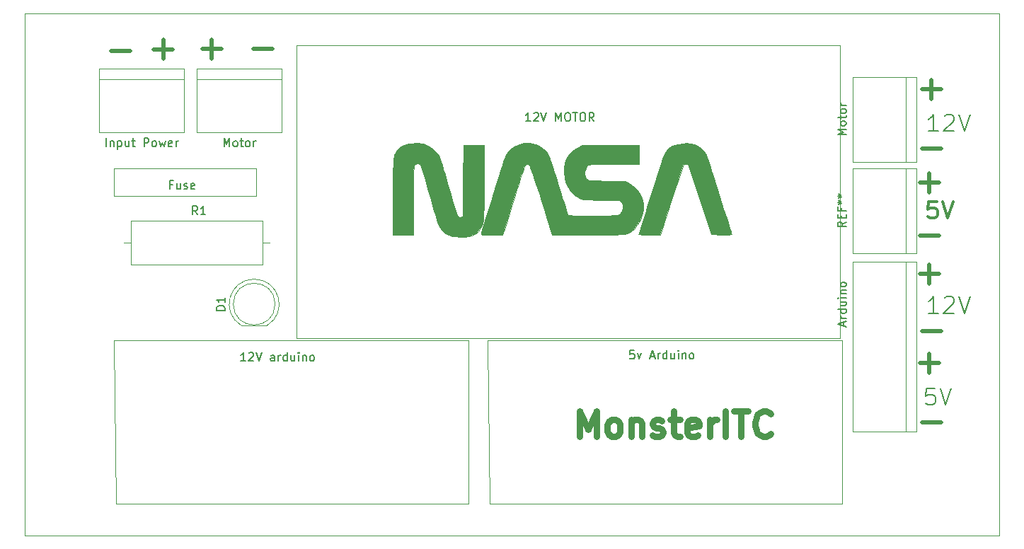
<source format=gbr>
G04 #@! TF.GenerationSoftware,KiCad,Pcbnew,(5.1.2)-2*
G04 #@! TF.CreationDate,2020-05-15T02:34:10+07:00*
G04 #@! TF.ProjectId,power_arduino,706f7765-725f-4617-9264-75696e6f2e6b,rev?*
G04 #@! TF.SameCoordinates,Original*
G04 #@! TF.FileFunction,Legend,Top*
G04 #@! TF.FilePolarity,Positive*
%FSLAX46Y46*%
G04 Gerber Fmt 4.6, Leading zero omitted, Abs format (unit mm)*
G04 Created by KiCad (PCBNEW (5.1.2)-2) date 2020-05-15 02:34:10*
%MOMM*%
%LPD*%
G04 APERTURE LIST*
%ADD10C,0.300000*%
%ADD11C,0.500000*%
%ADD12C,0.120000*%
%ADD13C,0.750000*%
%ADD14C,0.200000*%
%ADD15C,0.010000*%
%ADD16C,0.150000*%
G04 APERTURE END LIST*
D10*
X150749047Y-61642761D02*
X149796666Y-61642761D01*
X149701428Y-62595142D01*
X149796666Y-62499904D01*
X149987142Y-62404666D01*
X150463333Y-62404666D01*
X150653809Y-62499904D01*
X150749047Y-62595142D01*
X150844285Y-62785619D01*
X150844285Y-63261809D01*
X150749047Y-63452285D01*
X150653809Y-63547523D01*
X150463333Y-63642761D01*
X149987142Y-63642761D01*
X149796666Y-63547523D01*
X149701428Y-63452285D01*
X151415714Y-61642761D02*
X152082380Y-63642761D01*
X152749047Y-61642761D01*
D11*
X148717142Y-65746285D02*
X151002857Y-65746285D01*
X148717142Y-59396285D02*
X151002857Y-59396285D01*
X149860000Y-60539142D02*
X149860000Y-58253428D01*
D12*
X41656000Y-101600000D02*
X41656000Y-39116000D01*
X158242000Y-101600000D02*
X41656000Y-101600000D01*
X158242000Y-39116000D02*
X158242000Y-101600000D01*
X41656000Y-39116000D02*
X158242000Y-39116000D01*
D11*
X68961142Y-43394285D02*
X71246857Y-43394285D01*
X62865142Y-43394285D02*
X65150857Y-43394285D01*
X64008000Y-44537142D02*
X64008000Y-42251428D01*
D13*
X108022857Y-89749142D02*
X108022857Y-86749142D01*
X109022857Y-88892000D01*
X110022857Y-86749142D01*
X110022857Y-89749142D01*
X111880000Y-89749142D02*
X111594285Y-89606285D01*
X111451428Y-89463428D01*
X111308571Y-89177714D01*
X111308571Y-88320571D01*
X111451428Y-88034857D01*
X111594285Y-87892000D01*
X111880000Y-87749142D01*
X112308571Y-87749142D01*
X112594285Y-87892000D01*
X112737142Y-88034857D01*
X112880000Y-88320571D01*
X112880000Y-89177714D01*
X112737142Y-89463428D01*
X112594285Y-89606285D01*
X112308571Y-89749142D01*
X111880000Y-89749142D01*
X114165714Y-87749142D02*
X114165714Y-89749142D01*
X114165714Y-88034857D02*
X114308571Y-87892000D01*
X114594285Y-87749142D01*
X115022857Y-87749142D01*
X115308571Y-87892000D01*
X115451428Y-88177714D01*
X115451428Y-89749142D01*
X116737142Y-89606285D02*
X117022857Y-89749142D01*
X117594285Y-89749142D01*
X117880000Y-89606285D01*
X118022857Y-89320571D01*
X118022857Y-89177714D01*
X117880000Y-88892000D01*
X117594285Y-88749142D01*
X117165714Y-88749142D01*
X116880000Y-88606285D01*
X116737142Y-88320571D01*
X116737142Y-88177714D01*
X116880000Y-87892000D01*
X117165714Y-87749142D01*
X117594285Y-87749142D01*
X117880000Y-87892000D01*
X118880000Y-87749142D02*
X120022857Y-87749142D01*
X119308571Y-86749142D02*
X119308571Y-89320571D01*
X119451428Y-89606285D01*
X119737142Y-89749142D01*
X120022857Y-89749142D01*
X122165714Y-89606285D02*
X121880000Y-89749142D01*
X121308571Y-89749142D01*
X121022857Y-89606285D01*
X120880000Y-89320571D01*
X120880000Y-88177714D01*
X121022857Y-87892000D01*
X121308571Y-87749142D01*
X121880000Y-87749142D01*
X122165714Y-87892000D01*
X122308571Y-88177714D01*
X122308571Y-88463428D01*
X120880000Y-88749142D01*
X123594285Y-89749142D02*
X123594285Y-87749142D01*
X123594285Y-88320571D02*
X123737142Y-88034857D01*
X123880000Y-87892000D01*
X124165714Y-87749142D01*
X124451428Y-87749142D01*
X125451428Y-89749142D02*
X125451428Y-86749142D01*
X126451428Y-86749142D02*
X128165714Y-86749142D01*
X127308571Y-89749142D02*
X127308571Y-86749142D01*
X130880000Y-89463428D02*
X130737142Y-89606285D01*
X130308571Y-89749142D01*
X130022857Y-89749142D01*
X129594285Y-89606285D01*
X129308571Y-89320571D01*
X129165714Y-89034857D01*
X129022857Y-88463428D01*
X129022857Y-88034857D01*
X129165714Y-87463428D01*
X129308571Y-87177714D01*
X129594285Y-86892000D01*
X130022857Y-86749142D01*
X130308571Y-86749142D01*
X130737142Y-86892000D01*
X130880000Y-87034857D01*
D11*
X51943142Y-43648285D02*
X54228857Y-43648285D01*
X58205714Y-42291142D02*
X58205714Y-44576857D01*
X57062857Y-43434000D02*
X59348571Y-43434000D01*
D14*
X150495047Y-83994761D02*
X149542666Y-83994761D01*
X149447428Y-84947142D01*
X149542666Y-84851904D01*
X149733142Y-84756666D01*
X150209333Y-84756666D01*
X150399809Y-84851904D01*
X150495047Y-84947142D01*
X150590285Y-85137619D01*
X150590285Y-85613809D01*
X150495047Y-85804285D01*
X150399809Y-85899523D01*
X150209333Y-85994761D01*
X149733142Y-85994761D01*
X149542666Y-85899523D01*
X149447428Y-85804285D01*
X151161714Y-83994761D02*
X151828380Y-85994761D01*
X152495047Y-83994761D01*
D11*
X148971142Y-88098285D02*
X151256857Y-88098285D01*
X148717142Y-80986285D02*
X151002857Y-80986285D01*
X149860000Y-82129142D02*
X149860000Y-79843428D01*
D14*
X150907904Y-74996761D02*
X149765047Y-74996761D01*
X150336476Y-74996761D02*
X150336476Y-72996761D01*
X150146000Y-73282476D01*
X149955523Y-73472952D01*
X149765047Y-73568190D01*
X151669809Y-73187238D02*
X151765047Y-73092000D01*
X151955523Y-72996761D01*
X152431714Y-72996761D01*
X152622190Y-73092000D01*
X152717428Y-73187238D01*
X152812666Y-73377714D01*
X152812666Y-73568190D01*
X152717428Y-73853904D01*
X151574571Y-74996761D01*
X152812666Y-74996761D01*
X153384095Y-72996761D02*
X154050761Y-74996761D01*
X154717428Y-72996761D01*
D11*
X148971142Y-77176285D02*
X151256857Y-77176285D01*
X148717142Y-70318285D02*
X151002857Y-70318285D01*
X149860000Y-71461142D02*
X149860000Y-69175428D01*
D14*
X150907904Y-53228761D02*
X149765047Y-53228761D01*
X150336476Y-53228761D02*
X150336476Y-51228761D01*
X150146000Y-51514476D01*
X149955523Y-51704952D01*
X149765047Y-51800190D01*
X151669809Y-51419238D02*
X151765047Y-51324000D01*
X151955523Y-51228761D01*
X152431714Y-51228761D01*
X152622190Y-51324000D01*
X152717428Y-51419238D01*
X152812666Y-51609714D01*
X152812666Y-51800190D01*
X152717428Y-52085904D01*
X151574571Y-53228761D01*
X152812666Y-53228761D01*
X153384095Y-51228761D02*
X154050761Y-53228761D01*
X154717428Y-51228761D01*
D11*
X148971142Y-55332285D02*
X151256857Y-55332285D01*
X148971142Y-48220285D02*
X151256857Y-48220285D01*
X150114000Y-49363142D02*
X150114000Y-47077428D01*
D12*
X148336000Y-67818000D02*
X148336000Y-57658000D01*
X140716000Y-67818000D02*
X148336000Y-67818000D01*
X140716000Y-57658000D02*
X140716000Y-67818000D01*
X148336000Y-57658000D02*
X140716000Y-57658000D01*
X147066000Y-57658000D02*
X147066000Y-67818000D01*
D15*
G36*
X121385910Y-54733849D02*
G01*
X122003337Y-54921009D01*
X122524652Y-55216119D01*
X122929893Y-55608990D01*
X123116799Y-55902474D01*
X123174439Y-56046334D01*
X123276948Y-56336089D01*
X123419141Y-56755865D01*
X123595835Y-57289791D01*
X123801846Y-57921993D01*
X124031990Y-58636599D01*
X124281083Y-59417736D01*
X124543942Y-60249533D01*
X124724815Y-60826118D01*
X124989975Y-61673628D01*
X125240563Y-62474040D01*
X125471925Y-63212522D01*
X125679408Y-63874247D01*
X125858358Y-64444386D01*
X126004122Y-64908109D01*
X126112045Y-65250588D01*
X126177474Y-65456993D01*
X126195681Y-65513086D01*
X126177036Y-65555990D01*
X126071363Y-65584534D01*
X125858409Y-65600149D01*
X125517924Y-65604269D01*
X125029655Y-65598326D01*
X124998988Y-65597753D01*
X123763561Y-65574333D01*
X120933115Y-57192333D01*
X120448857Y-57192333D01*
X119050417Y-61404500D01*
X117651977Y-65616666D01*
X116351992Y-65616666D01*
X115908097Y-65612790D01*
X115534231Y-65602095D01*
X115258227Y-65585980D01*
X115107921Y-65565845D01*
X115089123Y-65553166D01*
X115120300Y-65462839D01*
X115196955Y-65225199D01*
X115314552Y-64854712D01*
X115468552Y-64365844D01*
X115654420Y-63773060D01*
X115867616Y-63090827D01*
X116103606Y-62333609D01*
X116357850Y-61515874D01*
X116582863Y-60790666D01*
X116882584Y-59829808D01*
X117163567Y-58940882D01*
X117421738Y-58136179D01*
X117653026Y-57427990D01*
X117853355Y-56828604D01*
X118018653Y-56350311D01*
X118144847Y-56005401D01*
X118227863Y-55806166D01*
X118245709Y-55773515D01*
X118631259Y-55331027D01*
X119137407Y-54994283D01*
X119746467Y-54771298D01*
X120440753Y-54670085D01*
X120692333Y-54664830D01*
X121385910Y-54733849D01*
X121385910Y-54733849D01*
G37*
X121385910Y-54733849D02*
X122003337Y-54921009D01*
X122524652Y-55216119D01*
X122929893Y-55608990D01*
X123116799Y-55902474D01*
X123174439Y-56046334D01*
X123276948Y-56336089D01*
X123419141Y-56755865D01*
X123595835Y-57289791D01*
X123801846Y-57921993D01*
X124031990Y-58636599D01*
X124281083Y-59417736D01*
X124543942Y-60249533D01*
X124724815Y-60826118D01*
X124989975Y-61673628D01*
X125240563Y-62474040D01*
X125471925Y-63212522D01*
X125679408Y-63874247D01*
X125858358Y-64444386D01*
X126004122Y-64908109D01*
X126112045Y-65250588D01*
X126177474Y-65456993D01*
X126195681Y-65513086D01*
X126177036Y-65555990D01*
X126071363Y-65584534D01*
X125858409Y-65600149D01*
X125517924Y-65604269D01*
X125029655Y-65598326D01*
X124998988Y-65597753D01*
X123763561Y-65574333D01*
X120933115Y-57192333D01*
X120448857Y-57192333D01*
X119050417Y-61404500D01*
X117651977Y-65616666D01*
X116351992Y-65616666D01*
X115908097Y-65612790D01*
X115534231Y-65602095D01*
X115258227Y-65585980D01*
X115107921Y-65565845D01*
X115089123Y-65553166D01*
X115120300Y-65462839D01*
X115196955Y-65225199D01*
X115314552Y-64854712D01*
X115468552Y-64365844D01*
X115654420Y-63773060D01*
X115867616Y-63090827D01*
X116103606Y-62333609D01*
X116357850Y-61515874D01*
X116582863Y-60790666D01*
X116882584Y-59829808D01*
X117163567Y-58940882D01*
X117421738Y-58136179D01*
X117653026Y-57427990D01*
X117853355Y-56828604D01*
X118018653Y-56350311D01*
X118144847Y-56005401D01*
X118227863Y-55806166D01*
X118245709Y-55773515D01*
X118631259Y-55331027D01*
X119137407Y-54994283D01*
X119746467Y-54771298D01*
X120440753Y-54670085D01*
X120692333Y-54664830D01*
X121385910Y-54733849D01*
G36*
X102323043Y-54688125D02*
G01*
X102998390Y-54885662D01*
X103560918Y-55208854D01*
X104013789Y-55659978D01*
X104296458Y-56109018D01*
X104357201Y-56258911D01*
X104461579Y-56551369D01*
X104603235Y-56967172D01*
X104775811Y-57487098D01*
X104972950Y-58091928D01*
X105188294Y-58762441D01*
X105415487Y-59479417D01*
X105494920Y-59732333D01*
X105721264Y-60452256D01*
X105934308Y-61125252D01*
X106128259Y-61733357D01*
X106297322Y-62258610D01*
X106435705Y-62683045D01*
X106537612Y-62988702D01*
X106597249Y-63157615D01*
X106607775Y-63182500D01*
X106639438Y-63222489D01*
X106699153Y-63254601D01*
X106803996Y-63279689D01*
X106971041Y-63298609D01*
X107217365Y-63312218D01*
X107560044Y-63321369D01*
X108016153Y-63326918D01*
X108602770Y-63329721D01*
X109336969Y-63330633D01*
X109565850Y-63330666D01*
X110391758Y-63330025D01*
X111065408Y-63326349D01*
X111603874Y-63317009D01*
X112024231Y-63299376D01*
X112343553Y-63270819D01*
X112578914Y-63228710D01*
X112747390Y-63170418D01*
X112866055Y-63093315D01*
X112951984Y-62994771D01*
X113022250Y-62872157D01*
X113060916Y-62792434D01*
X113186790Y-62384132D01*
X113151831Y-62022733D01*
X112984499Y-61733675D01*
X112769664Y-61478359D01*
X110592665Y-61452013D01*
X109924445Y-61443207D01*
X109402244Y-61433596D01*
X109002750Y-61421197D01*
X108702652Y-61404028D01*
X108478641Y-61380105D01*
X108307405Y-61347447D01*
X108165634Y-61304069D01*
X108030016Y-61247990D01*
X107992333Y-61230829D01*
X107423445Y-60877411D01*
X106938648Y-60385968D01*
X106551171Y-59772268D01*
X106338553Y-59259645D01*
X106223910Y-58763332D01*
X106175378Y-58191413D01*
X106191364Y-57602381D01*
X106270276Y-57054727D01*
X106410524Y-56606944D01*
X106410764Y-56606411D01*
X106750574Y-56014487D01*
X107185427Y-55552307D01*
X107737072Y-55196963D01*
X107759706Y-55185715D01*
X108326983Y-54906333D01*
X115146667Y-54856783D01*
X115146667Y-57150000D01*
X112202172Y-57150000D01*
X111384888Y-57150262D01*
X110719709Y-57152743D01*
X110189410Y-57159986D01*
X109776761Y-57174533D01*
X109464538Y-57198927D01*
X109235511Y-57235710D01*
X109072454Y-57287425D01*
X108958141Y-57356615D01*
X108875342Y-57445821D01*
X108806833Y-57557587D01*
X108753850Y-57658935D01*
X108650829Y-57987472D01*
X108642827Y-58344772D01*
X108720079Y-58680530D01*
X108872820Y-58944441D01*
X109026368Y-59062818D01*
X109150195Y-59084046D01*
X109418460Y-59106416D01*
X109806286Y-59128655D01*
X110288794Y-59149488D01*
X110841109Y-59167643D01*
X111294333Y-59178911D01*
X113411000Y-59224333D01*
X113919000Y-59473563D01*
X114268495Y-59680991D01*
X114625715Y-59948728D01*
X114822718Y-60128752D01*
X115215600Y-60647789D01*
X115478732Y-61246460D01*
X115613863Y-61897715D01*
X115622742Y-62574505D01*
X115507119Y-63249778D01*
X115268744Y-63896485D01*
X114909365Y-64487574D01*
X114512631Y-64923720D01*
X114350361Y-65071664D01*
X114203494Y-65196903D01*
X114056990Y-65301328D01*
X113895809Y-65386828D01*
X113704910Y-65455295D01*
X113469252Y-65508620D01*
X113173797Y-65548691D01*
X112803502Y-65577401D01*
X112343328Y-65596638D01*
X111778234Y-65608294D01*
X111093181Y-65614260D01*
X110273127Y-65616425D01*
X109303033Y-65616680D01*
X108999529Y-65616666D01*
X104745223Y-65616666D01*
X104139582Y-63732833D01*
X103763910Y-62564301D01*
X103436493Y-61546401D01*
X103153666Y-60668586D01*
X102911764Y-59920309D01*
X102707124Y-59291023D01*
X102536082Y-58770183D01*
X102394972Y-58347241D01*
X102280131Y-58011652D01*
X102187896Y-57752868D01*
X102114601Y-57560344D01*
X102056582Y-57423532D01*
X102010176Y-57331887D01*
X101971717Y-57274861D01*
X101937543Y-57241908D01*
X101903988Y-57222482D01*
X101872845Y-57208559D01*
X101689423Y-57166442D01*
X101546885Y-57251496D01*
X101508510Y-57314118D01*
X101449232Y-57449789D01*
X101366346Y-57666683D01*
X101257148Y-57972974D01*
X101118936Y-58376836D01*
X100949004Y-58886444D01*
X100744651Y-59509973D01*
X100503171Y-60255596D01*
X100221861Y-61131488D01*
X99898017Y-62145824D01*
X99528936Y-63306778D01*
X99179153Y-64410166D01*
X98797079Y-65616666D01*
X97480148Y-65616666D01*
X96980648Y-65615160D01*
X96627346Y-65608940D01*
X96397118Y-65595448D01*
X96266843Y-65572131D01*
X96213399Y-65536434D01*
X96213662Y-65485800D01*
X96216792Y-65477051D01*
X96251389Y-65371649D01*
X96331206Y-65119839D01*
X96451447Y-64736990D01*
X96607318Y-64238472D01*
X96794022Y-63639655D01*
X97006766Y-62955911D01*
X97240753Y-62202607D01*
X97491190Y-61395115D01*
X97623339Y-60968551D01*
X97883144Y-60130896D01*
X98131426Y-59332851D01*
X98363038Y-58590795D01*
X98572833Y-57921106D01*
X98755663Y-57340162D01*
X98906381Y-56864341D01*
X99019840Y-56510021D01*
X99090891Y-56293581D01*
X99107939Y-56244769D01*
X99365809Y-55780818D01*
X99756462Y-55376529D01*
X100249410Y-55046663D01*
X100814163Y-54805983D01*
X101420233Y-54669249D01*
X102037131Y-54651224D01*
X102323043Y-54688125D01*
X102323043Y-54688125D01*
G37*
X102323043Y-54688125D02*
X102998390Y-54885662D01*
X103560918Y-55208854D01*
X104013789Y-55659978D01*
X104296458Y-56109018D01*
X104357201Y-56258911D01*
X104461579Y-56551369D01*
X104603235Y-56967172D01*
X104775811Y-57487098D01*
X104972950Y-58091928D01*
X105188294Y-58762441D01*
X105415487Y-59479417D01*
X105494920Y-59732333D01*
X105721264Y-60452256D01*
X105934308Y-61125252D01*
X106128259Y-61733357D01*
X106297322Y-62258610D01*
X106435705Y-62683045D01*
X106537612Y-62988702D01*
X106597249Y-63157615D01*
X106607775Y-63182500D01*
X106639438Y-63222489D01*
X106699153Y-63254601D01*
X106803996Y-63279689D01*
X106971041Y-63298609D01*
X107217365Y-63312218D01*
X107560044Y-63321369D01*
X108016153Y-63326918D01*
X108602770Y-63329721D01*
X109336969Y-63330633D01*
X109565850Y-63330666D01*
X110391758Y-63330025D01*
X111065408Y-63326349D01*
X111603874Y-63317009D01*
X112024231Y-63299376D01*
X112343553Y-63270819D01*
X112578914Y-63228710D01*
X112747390Y-63170418D01*
X112866055Y-63093315D01*
X112951984Y-62994771D01*
X113022250Y-62872157D01*
X113060916Y-62792434D01*
X113186790Y-62384132D01*
X113151831Y-62022733D01*
X112984499Y-61733675D01*
X112769664Y-61478359D01*
X110592665Y-61452013D01*
X109924445Y-61443207D01*
X109402244Y-61433596D01*
X109002750Y-61421197D01*
X108702652Y-61404028D01*
X108478641Y-61380105D01*
X108307405Y-61347447D01*
X108165634Y-61304069D01*
X108030016Y-61247990D01*
X107992333Y-61230829D01*
X107423445Y-60877411D01*
X106938648Y-60385968D01*
X106551171Y-59772268D01*
X106338553Y-59259645D01*
X106223910Y-58763332D01*
X106175378Y-58191413D01*
X106191364Y-57602381D01*
X106270276Y-57054727D01*
X106410524Y-56606944D01*
X106410764Y-56606411D01*
X106750574Y-56014487D01*
X107185427Y-55552307D01*
X107737072Y-55196963D01*
X107759706Y-55185715D01*
X108326983Y-54906333D01*
X115146667Y-54856783D01*
X115146667Y-57150000D01*
X112202172Y-57150000D01*
X111384888Y-57150262D01*
X110719709Y-57152743D01*
X110189410Y-57159986D01*
X109776761Y-57174533D01*
X109464538Y-57198927D01*
X109235511Y-57235710D01*
X109072454Y-57287425D01*
X108958141Y-57356615D01*
X108875342Y-57445821D01*
X108806833Y-57557587D01*
X108753850Y-57658935D01*
X108650829Y-57987472D01*
X108642827Y-58344772D01*
X108720079Y-58680530D01*
X108872820Y-58944441D01*
X109026368Y-59062818D01*
X109150195Y-59084046D01*
X109418460Y-59106416D01*
X109806286Y-59128655D01*
X110288794Y-59149488D01*
X110841109Y-59167643D01*
X111294333Y-59178911D01*
X113411000Y-59224333D01*
X113919000Y-59473563D01*
X114268495Y-59680991D01*
X114625715Y-59948728D01*
X114822718Y-60128752D01*
X115215600Y-60647789D01*
X115478732Y-61246460D01*
X115613863Y-61897715D01*
X115622742Y-62574505D01*
X115507119Y-63249778D01*
X115268744Y-63896485D01*
X114909365Y-64487574D01*
X114512631Y-64923720D01*
X114350361Y-65071664D01*
X114203494Y-65196903D01*
X114056990Y-65301328D01*
X113895809Y-65386828D01*
X113704910Y-65455295D01*
X113469252Y-65508620D01*
X113173797Y-65548691D01*
X112803502Y-65577401D01*
X112343328Y-65596638D01*
X111778234Y-65608294D01*
X111093181Y-65614260D01*
X110273127Y-65616425D01*
X109303033Y-65616680D01*
X108999529Y-65616666D01*
X104745223Y-65616666D01*
X104139582Y-63732833D01*
X103763910Y-62564301D01*
X103436493Y-61546401D01*
X103153666Y-60668586D01*
X102911764Y-59920309D01*
X102707124Y-59291023D01*
X102536082Y-58770183D01*
X102394972Y-58347241D01*
X102280131Y-58011652D01*
X102187896Y-57752868D01*
X102114601Y-57560344D01*
X102056582Y-57423532D01*
X102010176Y-57331887D01*
X101971717Y-57274861D01*
X101937543Y-57241908D01*
X101903988Y-57222482D01*
X101872845Y-57208559D01*
X101689423Y-57166442D01*
X101546885Y-57251496D01*
X101508510Y-57314118D01*
X101449232Y-57449789D01*
X101366346Y-57666683D01*
X101257148Y-57972974D01*
X101118936Y-58376836D01*
X100949004Y-58886444D01*
X100744651Y-59509973D01*
X100503171Y-60255596D01*
X100221861Y-61131488D01*
X99898017Y-62145824D01*
X99528936Y-63306778D01*
X99179153Y-64410166D01*
X98797079Y-65616666D01*
X97480148Y-65616666D01*
X96980648Y-65615160D01*
X96627346Y-65608940D01*
X96397118Y-65595448D01*
X96266843Y-65572131D01*
X96213399Y-65536434D01*
X96213662Y-65485800D01*
X96216792Y-65477051D01*
X96251389Y-65371649D01*
X96331206Y-65119839D01*
X96451447Y-64736990D01*
X96607318Y-64238472D01*
X96794022Y-63639655D01*
X97006766Y-62955911D01*
X97240753Y-62202607D01*
X97491190Y-61395115D01*
X97623339Y-60968551D01*
X97883144Y-60130896D01*
X98131426Y-59332851D01*
X98363038Y-58590795D01*
X98572833Y-57921106D01*
X98755663Y-57340162D01*
X98906381Y-56864341D01*
X99019840Y-56510021D01*
X99090891Y-56293581D01*
X99107939Y-56244769D01*
X99365809Y-55780818D01*
X99756462Y-55376529D01*
X100249410Y-55046663D01*
X100814163Y-54805983D01*
X101420233Y-54669249D01*
X102037131Y-54651224D01*
X102323043Y-54688125D01*
G36*
X89273939Y-54747380D02*
G01*
X89928368Y-54989040D01*
X90499268Y-55363102D01*
X90969075Y-55862600D01*
X91055148Y-55985649D01*
X91138673Y-56126060D01*
X91225250Y-56305051D01*
X91320217Y-56538822D01*
X91428916Y-56843575D01*
X91556686Y-57235512D01*
X91708868Y-57730834D01*
X91890800Y-58345743D01*
X92107824Y-59096440D01*
X92285600Y-59718847D01*
X92493755Y-60445183D01*
X92692260Y-61128361D01*
X92875400Y-61749402D01*
X93037460Y-62289330D01*
X93172725Y-62729167D01*
X93275481Y-63049934D01*
X93340012Y-63232655D01*
X93351562Y-63258690D01*
X93472996Y-63434230D01*
X93629633Y-63488928D01*
X93751931Y-63483842D01*
X94022333Y-63457666D01*
X94064667Y-59182000D01*
X94107000Y-54906333D01*
X96562333Y-54906333D01*
X96562333Y-59351333D01*
X96561936Y-60343356D01*
X96560432Y-61181070D01*
X96557358Y-61879494D01*
X96552246Y-62453653D01*
X96544633Y-62918566D01*
X96534051Y-63289257D01*
X96520036Y-63580747D01*
X96502122Y-63808057D01*
X96479843Y-63986211D01*
X96452734Y-64130229D01*
X96420329Y-64255133D01*
X96409205Y-64292098D01*
X96192421Y-64772741D01*
X95870717Y-65203487D01*
X95481277Y-65543219D01*
X95101839Y-65737779D01*
X94731711Y-65819755D01*
X94255143Y-65863345D01*
X93730493Y-65869097D01*
X93216117Y-65837559D01*
X92770371Y-65769282D01*
X92568814Y-65713943D01*
X91971356Y-65423823D01*
X91471593Y-65007423D01*
X91312061Y-64818628D01*
X91240353Y-64694872D01*
X91150043Y-64482829D01*
X91037470Y-64171073D01*
X90898971Y-63748178D01*
X90730885Y-63202721D01*
X90529551Y-62523275D01*
X90291307Y-61698415D01*
X90125706Y-61116905D01*
X89914356Y-60375625D01*
X89712896Y-59676673D01*
X89526874Y-59038752D01*
X89361841Y-58480564D01*
X89223346Y-58020812D01*
X89116940Y-57678198D01*
X89048172Y-57471424D01*
X89030852Y-57427389D01*
X88856012Y-57191515D01*
X88632507Y-57087594D01*
X88399646Y-57128170D01*
X88303922Y-57195420D01*
X88266059Y-57234998D01*
X88234438Y-57288880D01*
X88208497Y-57371563D01*
X88187674Y-57497546D01*
X88171409Y-57681327D01*
X88159139Y-57937403D01*
X88150305Y-58280273D01*
X88144344Y-58724433D01*
X88140695Y-59284383D01*
X88138797Y-59974620D01*
X88138088Y-60809641D01*
X88138000Y-61481122D01*
X88138000Y-65616666D01*
X85682667Y-65616666D01*
X85683671Y-61192833D01*
X85684420Y-60144514D01*
X85686978Y-59250976D01*
X85692584Y-58497668D01*
X85702475Y-57870037D01*
X85717891Y-57353533D01*
X85740069Y-56933603D01*
X85770248Y-56595697D01*
X85809667Y-56325263D01*
X85859563Y-56107749D01*
X85921175Y-55928604D01*
X85995741Y-55773277D01*
X86084500Y-55627215D01*
X86167645Y-55505711D01*
X86515338Y-55152429D01*
X86999777Y-54889904D01*
X87625008Y-54716095D01*
X87784758Y-54689118D01*
X88553547Y-54645085D01*
X89273939Y-54747380D01*
X89273939Y-54747380D01*
G37*
X89273939Y-54747380D02*
X89928368Y-54989040D01*
X90499268Y-55363102D01*
X90969075Y-55862600D01*
X91055148Y-55985649D01*
X91138673Y-56126060D01*
X91225250Y-56305051D01*
X91320217Y-56538822D01*
X91428916Y-56843575D01*
X91556686Y-57235512D01*
X91708868Y-57730834D01*
X91890800Y-58345743D01*
X92107824Y-59096440D01*
X92285600Y-59718847D01*
X92493755Y-60445183D01*
X92692260Y-61128361D01*
X92875400Y-61749402D01*
X93037460Y-62289330D01*
X93172725Y-62729167D01*
X93275481Y-63049934D01*
X93340012Y-63232655D01*
X93351562Y-63258690D01*
X93472996Y-63434230D01*
X93629633Y-63488928D01*
X93751931Y-63483842D01*
X94022333Y-63457666D01*
X94064667Y-59182000D01*
X94107000Y-54906333D01*
X96562333Y-54906333D01*
X96562333Y-59351333D01*
X96561936Y-60343356D01*
X96560432Y-61181070D01*
X96557358Y-61879494D01*
X96552246Y-62453653D01*
X96544633Y-62918566D01*
X96534051Y-63289257D01*
X96520036Y-63580747D01*
X96502122Y-63808057D01*
X96479843Y-63986211D01*
X96452734Y-64130229D01*
X96420329Y-64255133D01*
X96409205Y-64292098D01*
X96192421Y-64772741D01*
X95870717Y-65203487D01*
X95481277Y-65543219D01*
X95101839Y-65737779D01*
X94731711Y-65819755D01*
X94255143Y-65863345D01*
X93730493Y-65869097D01*
X93216117Y-65837559D01*
X92770371Y-65769282D01*
X92568814Y-65713943D01*
X91971356Y-65423823D01*
X91471593Y-65007423D01*
X91312061Y-64818628D01*
X91240353Y-64694872D01*
X91150043Y-64482829D01*
X91037470Y-64171073D01*
X90898971Y-63748178D01*
X90730885Y-63202721D01*
X90529551Y-62523275D01*
X90291307Y-61698415D01*
X90125706Y-61116905D01*
X89914356Y-60375625D01*
X89712896Y-59676673D01*
X89526874Y-59038752D01*
X89361841Y-58480564D01*
X89223346Y-58020812D01*
X89116940Y-57678198D01*
X89048172Y-57471424D01*
X89030852Y-57427389D01*
X88856012Y-57191515D01*
X88632507Y-57087594D01*
X88399646Y-57128170D01*
X88303922Y-57195420D01*
X88266059Y-57234998D01*
X88234438Y-57288880D01*
X88208497Y-57371563D01*
X88187674Y-57497546D01*
X88171409Y-57681327D01*
X88159139Y-57937403D01*
X88150305Y-58280273D01*
X88144344Y-58724433D01*
X88140695Y-59284383D01*
X88138797Y-59974620D01*
X88138088Y-60809641D01*
X88138000Y-61481122D01*
X88138000Y-65616666D01*
X85682667Y-65616666D01*
X85683671Y-61192833D01*
X85684420Y-60144514D01*
X85686978Y-59250976D01*
X85692584Y-58497668D01*
X85702475Y-57870037D01*
X85717891Y-57353533D01*
X85740069Y-56933603D01*
X85770248Y-56595697D01*
X85809667Y-56325263D01*
X85859563Y-56107749D01*
X85921175Y-55928604D01*
X85995741Y-55773277D01*
X86084500Y-55627215D01*
X86167645Y-55505711D01*
X86515338Y-55152429D01*
X86999777Y-54889904D01*
X87625008Y-54716095D01*
X87784758Y-54689118D01*
X88553547Y-54645085D01*
X89273939Y-54747380D01*
D12*
X139192000Y-42926000D02*
X139192000Y-77978000D01*
X74168000Y-42926000D02*
X74168000Y-77978000D01*
X74168000Y-42926000D02*
X139192000Y-42926000D01*
X74168000Y-77978000D02*
X139192000Y-77978000D01*
X69088462Y-70924000D02*
G75*
G03X67543170Y-76474000I-462J-2990000D01*
G01*
X69087538Y-70924000D02*
G75*
G02X70632830Y-76474000I462J-2990000D01*
G01*
X71588000Y-73914000D02*
G75*
G03X71588000Y-73914000I-2500000J0D01*
G01*
X67543000Y-76474000D02*
X70633000Y-76474000D01*
X50546000Y-46990000D02*
X60706000Y-46990000D01*
X50546000Y-45720000D02*
X50546000Y-53340000D01*
X50546000Y-53340000D02*
X60706000Y-53340000D01*
X60706000Y-53340000D02*
X60706000Y-45720000D01*
X60706000Y-45720000D02*
X50546000Y-45720000D01*
X54360000Y-63928000D02*
X54360000Y-69168000D01*
X54360000Y-69168000D02*
X70100000Y-69168000D01*
X70100000Y-69168000D02*
X70100000Y-63928000D01*
X70100000Y-63928000D02*
X54360000Y-63928000D01*
X53510000Y-66548000D02*
X54360000Y-66548000D01*
X70950000Y-66548000D02*
X70100000Y-66548000D01*
X52324000Y-78486000D02*
X52578000Y-97790000D01*
X52578000Y-97790000D02*
X94742000Y-97790000D01*
X94742000Y-97790000D02*
X94742000Y-78232000D01*
X94742000Y-78232000D02*
X52324000Y-78232000D01*
X52324000Y-78232000D02*
X52324000Y-78486000D01*
X97028000Y-78232000D02*
X97028000Y-78486000D01*
X139446000Y-78232000D02*
X97028000Y-78232000D01*
X139446000Y-97790000D02*
X139446000Y-78232000D01*
X97282000Y-97790000D02*
X139446000Y-97790000D01*
X97028000Y-78486000D02*
X97282000Y-97790000D01*
X147066000Y-46736000D02*
X147066000Y-56896000D01*
X148336000Y-46736000D02*
X140716000Y-46736000D01*
X140716000Y-46736000D02*
X140716000Y-56896000D01*
X140716000Y-56896000D02*
X148336000Y-56896000D01*
X148336000Y-56896000D02*
X148336000Y-46736000D01*
X140716000Y-89154000D02*
X148336000Y-89154000D01*
X148336000Y-68834000D02*
X140716000Y-68834000D01*
X147066000Y-68834000D02*
X147066000Y-89154000D01*
X140716000Y-89154000D02*
X140716000Y-68834000D01*
X148336000Y-89154000D02*
X148336000Y-68834000D01*
X72390000Y-45720000D02*
X62230000Y-45720000D01*
X72390000Y-53340000D02*
X72390000Y-45720000D01*
X62230000Y-53340000D02*
X72390000Y-53340000D01*
X62230000Y-45720000D02*
X62230000Y-53340000D01*
X62230000Y-46990000D02*
X72390000Y-46990000D01*
X52324000Y-57658000D02*
X52324000Y-60960000D01*
X52324000Y-60960000D02*
X69342000Y-60960000D01*
X69342000Y-60960000D02*
X69342000Y-57912000D01*
X69342000Y-57912000D02*
X69342000Y-57658000D01*
X69342000Y-57658000D02*
X52324000Y-57658000D01*
D16*
X139898380Y-64071333D02*
X139422190Y-64404666D01*
X139898380Y-64642761D02*
X138898380Y-64642761D01*
X138898380Y-64261809D01*
X138946000Y-64166571D01*
X138993619Y-64118952D01*
X139088857Y-64071333D01*
X139231714Y-64071333D01*
X139326952Y-64118952D01*
X139374571Y-64166571D01*
X139422190Y-64261809D01*
X139422190Y-64642761D01*
X139374571Y-63642761D02*
X139374571Y-63309428D01*
X139898380Y-63166571D02*
X139898380Y-63642761D01*
X138898380Y-63642761D01*
X138898380Y-63166571D01*
X139374571Y-62404666D02*
X139374571Y-62738000D01*
X139898380Y-62738000D02*
X138898380Y-62738000D01*
X138898380Y-62261809D01*
X138898380Y-61738000D02*
X139136476Y-61738000D01*
X139041238Y-61976095D02*
X139136476Y-61738000D01*
X139041238Y-61499904D01*
X139326952Y-61880857D02*
X139136476Y-61738000D01*
X139326952Y-61595142D01*
X138898380Y-60976095D02*
X139136476Y-60976095D01*
X139041238Y-61214190D02*
X139136476Y-60976095D01*
X139041238Y-60738000D01*
X139326952Y-61118952D02*
X139136476Y-60976095D01*
X139326952Y-60833238D01*
D14*
X102164000Y-52014380D02*
X101592571Y-52014380D01*
X101878285Y-52014380D02*
X101878285Y-51014380D01*
X101783047Y-51157238D01*
X101687809Y-51252476D01*
X101592571Y-51300095D01*
X102544952Y-51109619D02*
X102592571Y-51062000D01*
X102687809Y-51014380D01*
X102925904Y-51014380D01*
X103021142Y-51062000D01*
X103068761Y-51109619D01*
X103116380Y-51204857D01*
X103116380Y-51300095D01*
X103068761Y-51442952D01*
X102497333Y-52014380D01*
X103116380Y-52014380D01*
X103402095Y-51014380D02*
X103735428Y-52014380D01*
X104068761Y-51014380D01*
X105164000Y-52014380D02*
X105164000Y-51014380D01*
X105497333Y-51728666D01*
X105830666Y-51014380D01*
X105830666Y-52014380D01*
X106497333Y-51014380D02*
X106687809Y-51014380D01*
X106783047Y-51062000D01*
X106878285Y-51157238D01*
X106925904Y-51347714D01*
X106925904Y-51681047D01*
X106878285Y-51871523D01*
X106783047Y-51966761D01*
X106687809Y-52014380D01*
X106497333Y-52014380D01*
X106402095Y-51966761D01*
X106306857Y-51871523D01*
X106259238Y-51681047D01*
X106259238Y-51347714D01*
X106306857Y-51157238D01*
X106402095Y-51062000D01*
X106497333Y-51014380D01*
X107211619Y-51014380D02*
X107783047Y-51014380D01*
X107497333Y-52014380D02*
X107497333Y-51014380D01*
X108306857Y-51014380D02*
X108497333Y-51014380D01*
X108592571Y-51062000D01*
X108687809Y-51157238D01*
X108735428Y-51347714D01*
X108735428Y-51681047D01*
X108687809Y-51871523D01*
X108592571Y-51966761D01*
X108497333Y-52014380D01*
X108306857Y-52014380D01*
X108211619Y-51966761D01*
X108116380Y-51871523D01*
X108068761Y-51681047D01*
X108068761Y-51347714D01*
X108116380Y-51157238D01*
X108211619Y-51062000D01*
X108306857Y-51014380D01*
X109735428Y-52014380D02*
X109402095Y-51538190D01*
X109164000Y-52014380D02*
X109164000Y-51014380D01*
X109544952Y-51014380D01*
X109640190Y-51062000D01*
X109687809Y-51109619D01*
X109735428Y-51204857D01*
X109735428Y-51347714D01*
X109687809Y-51442952D01*
X109640190Y-51490571D01*
X109544952Y-51538190D01*
X109164000Y-51538190D01*
D16*
X65580380Y-74652095D02*
X64580380Y-74652095D01*
X64580380Y-74414000D01*
X64628000Y-74271142D01*
X64723238Y-74175904D01*
X64818476Y-74128285D01*
X65008952Y-74080666D01*
X65151809Y-74080666D01*
X65342285Y-74128285D01*
X65437523Y-74175904D01*
X65532761Y-74271142D01*
X65580380Y-74414000D01*
X65580380Y-74652095D01*
X65580380Y-73128285D02*
X65580380Y-73699714D01*
X65580380Y-73414000D02*
X64580380Y-73414000D01*
X64723238Y-73509238D01*
X64818476Y-73604476D01*
X64866095Y-73699714D01*
X51387904Y-55062380D02*
X51387904Y-54062380D01*
X51864095Y-54395714D02*
X51864095Y-55062380D01*
X51864095Y-54490952D02*
X51911714Y-54443333D01*
X52006952Y-54395714D01*
X52149809Y-54395714D01*
X52245047Y-54443333D01*
X52292666Y-54538571D01*
X52292666Y-55062380D01*
X52768857Y-54395714D02*
X52768857Y-55395714D01*
X52768857Y-54443333D02*
X52864095Y-54395714D01*
X53054571Y-54395714D01*
X53149809Y-54443333D01*
X53197428Y-54490952D01*
X53245047Y-54586190D01*
X53245047Y-54871904D01*
X53197428Y-54967142D01*
X53149809Y-55014761D01*
X53054571Y-55062380D01*
X52864095Y-55062380D01*
X52768857Y-55014761D01*
X54102190Y-54395714D02*
X54102190Y-55062380D01*
X53673619Y-54395714D02*
X53673619Y-54919523D01*
X53721238Y-55014761D01*
X53816476Y-55062380D01*
X53959333Y-55062380D01*
X54054571Y-55014761D01*
X54102190Y-54967142D01*
X54435523Y-54395714D02*
X54816476Y-54395714D01*
X54578380Y-54062380D02*
X54578380Y-54919523D01*
X54626000Y-55014761D01*
X54721238Y-55062380D01*
X54816476Y-55062380D01*
X55911714Y-55062380D02*
X55911714Y-54062380D01*
X56292666Y-54062380D01*
X56387904Y-54110000D01*
X56435523Y-54157619D01*
X56483142Y-54252857D01*
X56483142Y-54395714D01*
X56435523Y-54490952D01*
X56387904Y-54538571D01*
X56292666Y-54586190D01*
X55911714Y-54586190D01*
X57054571Y-55062380D02*
X56959333Y-55014761D01*
X56911714Y-54967142D01*
X56864095Y-54871904D01*
X56864095Y-54586190D01*
X56911714Y-54490952D01*
X56959333Y-54443333D01*
X57054571Y-54395714D01*
X57197428Y-54395714D01*
X57292666Y-54443333D01*
X57340285Y-54490952D01*
X57387904Y-54586190D01*
X57387904Y-54871904D01*
X57340285Y-54967142D01*
X57292666Y-55014761D01*
X57197428Y-55062380D01*
X57054571Y-55062380D01*
X57721238Y-54395714D02*
X57911714Y-55062380D01*
X58102190Y-54586190D01*
X58292666Y-55062380D01*
X58483142Y-54395714D01*
X59245047Y-55014761D02*
X59149809Y-55062380D01*
X58959333Y-55062380D01*
X58864095Y-55014761D01*
X58816476Y-54919523D01*
X58816476Y-54538571D01*
X58864095Y-54443333D01*
X58959333Y-54395714D01*
X59149809Y-54395714D01*
X59245047Y-54443333D01*
X59292666Y-54538571D01*
X59292666Y-54633809D01*
X58816476Y-54729047D01*
X59721238Y-55062380D02*
X59721238Y-54395714D01*
X59721238Y-54586190D02*
X59768857Y-54490952D01*
X59816476Y-54443333D01*
X59911714Y-54395714D01*
X60006952Y-54395714D01*
X62317333Y-63190380D02*
X61984000Y-62714190D01*
X61745904Y-63190380D02*
X61745904Y-62190380D01*
X62126857Y-62190380D01*
X62222095Y-62238000D01*
X62269714Y-62285619D01*
X62317333Y-62380857D01*
X62317333Y-62523714D01*
X62269714Y-62618952D01*
X62222095Y-62666571D01*
X62126857Y-62714190D01*
X61745904Y-62714190D01*
X63269714Y-63190380D02*
X62698285Y-63190380D01*
X62984000Y-63190380D02*
X62984000Y-62190380D01*
X62888761Y-62333238D01*
X62793523Y-62428476D01*
X62698285Y-62476095D01*
X68072476Y-80716380D02*
X67501047Y-80716380D01*
X67786761Y-80716380D02*
X67786761Y-79716380D01*
X67691523Y-79859238D01*
X67596285Y-79954476D01*
X67501047Y-80002095D01*
X68453428Y-79811619D02*
X68501047Y-79764000D01*
X68596285Y-79716380D01*
X68834380Y-79716380D01*
X68929619Y-79764000D01*
X68977238Y-79811619D01*
X69024857Y-79906857D01*
X69024857Y-80002095D01*
X68977238Y-80144952D01*
X68405809Y-80716380D01*
X69024857Y-80716380D01*
X69310571Y-79716380D02*
X69643904Y-80716380D01*
X69977238Y-79716380D01*
X71501047Y-80716380D02*
X71501047Y-80192571D01*
X71453428Y-80097333D01*
X71358190Y-80049714D01*
X71167714Y-80049714D01*
X71072476Y-80097333D01*
X71501047Y-80668761D02*
X71405809Y-80716380D01*
X71167714Y-80716380D01*
X71072476Y-80668761D01*
X71024857Y-80573523D01*
X71024857Y-80478285D01*
X71072476Y-80383047D01*
X71167714Y-80335428D01*
X71405809Y-80335428D01*
X71501047Y-80287809D01*
X71977238Y-80716380D02*
X71977238Y-80049714D01*
X71977238Y-80240190D02*
X72024857Y-80144952D01*
X72072476Y-80097333D01*
X72167714Y-80049714D01*
X72262952Y-80049714D01*
X73024857Y-80716380D02*
X73024857Y-79716380D01*
X73024857Y-80668761D02*
X72929619Y-80716380D01*
X72739142Y-80716380D01*
X72643904Y-80668761D01*
X72596285Y-80621142D01*
X72548666Y-80525904D01*
X72548666Y-80240190D01*
X72596285Y-80144952D01*
X72643904Y-80097333D01*
X72739142Y-80049714D01*
X72929619Y-80049714D01*
X73024857Y-80097333D01*
X73929619Y-80049714D02*
X73929619Y-80716380D01*
X73501047Y-80049714D02*
X73501047Y-80573523D01*
X73548666Y-80668761D01*
X73643904Y-80716380D01*
X73786761Y-80716380D01*
X73882000Y-80668761D01*
X73929619Y-80621142D01*
X74405809Y-80716380D02*
X74405809Y-80049714D01*
X74405809Y-79716380D02*
X74358190Y-79764000D01*
X74405809Y-79811619D01*
X74453428Y-79764000D01*
X74405809Y-79716380D01*
X74405809Y-79811619D01*
X74882000Y-80049714D02*
X74882000Y-80716380D01*
X74882000Y-80144952D02*
X74929619Y-80097333D01*
X75024857Y-80049714D01*
X75167714Y-80049714D01*
X75262952Y-80097333D01*
X75310571Y-80192571D01*
X75310571Y-80716380D01*
X75929619Y-80716380D02*
X75834380Y-80668761D01*
X75786761Y-80621142D01*
X75739142Y-80525904D01*
X75739142Y-80240190D01*
X75786761Y-80144952D01*
X75834380Y-80097333D01*
X75929619Y-80049714D01*
X76072476Y-80049714D01*
X76167714Y-80097333D01*
X76215333Y-80144952D01*
X76262952Y-80240190D01*
X76262952Y-80525904D01*
X76215333Y-80621142D01*
X76167714Y-80668761D01*
X76072476Y-80716380D01*
X75929619Y-80716380D01*
X114546476Y-79462380D02*
X114070285Y-79462380D01*
X114022666Y-79938571D01*
X114070285Y-79890952D01*
X114165523Y-79843333D01*
X114403619Y-79843333D01*
X114498857Y-79890952D01*
X114546476Y-79938571D01*
X114594095Y-80033809D01*
X114594095Y-80271904D01*
X114546476Y-80367142D01*
X114498857Y-80414761D01*
X114403619Y-80462380D01*
X114165523Y-80462380D01*
X114070285Y-80414761D01*
X114022666Y-80367142D01*
X114927428Y-79795714D02*
X115165523Y-80462380D01*
X115403619Y-79795714D01*
X116498857Y-80176666D02*
X116975047Y-80176666D01*
X116403619Y-80462380D02*
X116736952Y-79462380D01*
X117070285Y-80462380D01*
X117403619Y-80462380D02*
X117403619Y-79795714D01*
X117403619Y-79986190D02*
X117451238Y-79890952D01*
X117498857Y-79843333D01*
X117594095Y-79795714D01*
X117689333Y-79795714D01*
X118451238Y-80462380D02*
X118451238Y-79462380D01*
X118451238Y-80414761D02*
X118356000Y-80462380D01*
X118165523Y-80462380D01*
X118070285Y-80414761D01*
X118022666Y-80367142D01*
X117975047Y-80271904D01*
X117975047Y-79986190D01*
X118022666Y-79890952D01*
X118070285Y-79843333D01*
X118165523Y-79795714D01*
X118356000Y-79795714D01*
X118451238Y-79843333D01*
X119356000Y-79795714D02*
X119356000Y-80462380D01*
X118927428Y-79795714D02*
X118927428Y-80319523D01*
X118975047Y-80414761D01*
X119070285Y-80462380D01*
X119213142Y-80462380D01*
X119308380Y-80414761D01*
X119356000Y-80367142D01*
X119832190Y-80462380D02*
X119832190Y-79795714D01*
X119832190Y-79462380D02*
X119784571Y-79510000D01*
X119832190Y-79557619D01*
X119879809Y-79510000D01*
X119832190Y-79462380D01*
X119832190Y-79557619D01*
X120308380Y-79795714D02*
X120308380Y-80462380D01*
X120308380Y-79890952D02*
X120356000Y-79843333D01*
X120451238Y-79795714D01*
X120594095Y-79795714D01*
X120689333Y-79843333D01*
X120736952Y-79938571D01*
X120736952Y-80462380D01*
X121356000Y-80462380D02*
X121260761Y-80414761D01*
X121213142Y-80367142D01*
X121165523Y-80271904D01*
X121165523Y-79986190D01*
X121213142Y-79890952D01*
X121260761Y-79843333D01*
X121356000Y-79795714D01*
X121498857Y-79795714D01*
X121594095Y-79843333D01*
X121641714Y-79890952D01*
X121689333Y-79986190D01*
X121689333Y-80271904D01*
X121641714Y-80367142D01*
X121594095Y-80414761D01*
X121498857Y-80462380D01*
X121356000Y-80462380D01*
X139898380Y-53649333D02*
X138898380Y-53649333D01*
X139612666Y-53316000D01*
X138898380Y-52982666D01*
X139898380Y-52982666D01*
X139898380Y-52363619D02*
X139850761Y-52458857D01*
X139803142Y-52506476D01*
X139707904Y-52554095D01*
X139422190Y-52554095D01*
X139326952Y-52506476D01*
X139279333Y-52458857D01*
X139231714Y-52363619D01*
X139231714Y-52220761D01*
X139279333Y-52125523D01*
X139326952Y-52077904D01*
X139422190Y-52030285D01*
X139707904Y-52030285D01*
X139803142Y-52077904D01*
X139850761Y-52125523D01*
X139898380Y-52220761D01*
X139898380Y-52363619D01*
X139231714Y-51744571D02*
X139231714Y-51363619D01*
X138898380Y-51601714D02*
X139755523Y-51601714D01*
X139850761Y-51554095D01*
X139898380Y-51458857D01*
X139898380Y-51363619D01*
X139898380Y-50887428D02*
X139850761Y-50982666D01*
X139803142Y-51030285D01*
X139707904Y-51077904D01*
X139422190Y-51077904D01*
X139326952Y-51030285D01*
X139279333Y-50982666D01*
X139231714Y-50887428D01*
X139231714Y-50744571D01*
X139279333Y-50649333D01*
X139326952Y-50601714D01*
X139422190Y-50554095D01*
X139707904Y-50554095D01*
X139803142Y-50601714D01*
X139850761Y-50649333D01*
X139898380Y-50744571D01*
X139898380Y-50887428D01*
X139898380Y-50125523D02*
X139231714Y-50125523D01*
X139422190Y-50125523D02*
X139326952Y-50077904D01*
X139279333Y-50030285D01*
X139231714Y-49935047D01*
X139231714Y-49839809D01*
X139612666Y-76509238D02*
X139612666Y-76033047D01*
X139898380Y-76604476D02*
X138898380Y-76271142D01*
X139898380Y-75937809D01*
X139898380Y-75604476D02*
X139231714Y-75604476D01*
X139422190Y-75604476D02*
X139326952Y-75556857D01*
X139279333Y-75509238D01*
X139231714Y-75414000D01*
X139231714Y-75318761D01*
X139898380Y-74556857D02*
X138898380Y-74556857D01*
X139850761Y-74556857D02*
X139898380Y-74652095D01*
X139898380Y-74842571D01*
X139850761Y-74937809D01*
X139803142Y-74985428D01*
X139707904Y-75033047D01*
X139422190Y-75033047D01*
X139326952Y-74985428D01*
X139279333Y-74937809D01*
X139231714Y-74842571D01*
X139231714Y-74652095D01*
X139279333Y-74556857D01*
X139231714Y-73652095D02*
X139898380Y-73652095D01*
X139231714Y-74080666D02*
X139755523Y-74080666D01*
X139850761Y-74033047D01*
X139898380Y-73937809D01*
X139898380Y-73794952D01*
X139850761Y-73699714D01*
X139803142Y-73652095D01*
X139898380Y-73175904D02*
X139231714Y-73175904D01*
X138898380Y-73175904D02*
X138946000Y-73223523D01*
X138993619Y-73175904D01*
X138946000Y-73128285D01*
X138898380Y-73175904D01*
X138993619Y-73175904D01*
X139231714Y-72699714D02*
X139898380Y-72699714D01*
X139326952Y-72699714D02*
X139279333Y-72652095D01*
X139231714Y-72556857D01*
X139231714Y-72414000D01*
X139279333Y-72318761D01*
X139374571Y-72271142D01*
X139898380Y-72271142D01*
X139898380Y-71652095D02*
X139850761Y-71747333D01*
X139803142Y-71794952D01*
X139707904Y-71842571D01*
X139422190Y-71842571D01*
X139326952Y-71794952D01*
X139279333Y-71747333D01*
X139231714Y-71652095D01*
X139231714Y-71509238D01*
X139279333Y-71414000D01*
X139326952Y-71366380D01*
X139422190Y-71318761D01*
X139707904Y-71318761D01*
X139803142Y-71366380D01*
X139850761Y-71414000D01*
X139898380Y-71509238D01*
X139898380Y-71652095D01*
X65476666Y-55062380D02*
X65476666Y-54062380D01*
X65810000Y-54776666D01*
X66143333Y-54062380D01*
X66143333Y-55062380D01*
X66762380Y-55062380D02*
X66667142Y-55014761D01*
X66619523Y-54967142D01*
X66571904Y-54871904D01*
X66571904Y-54586190D01*
X66619523Y-54490952D01*
X66667142Y-54443333D01*
X66762380Y-54395714D01*
X66905238Y-54395714D01*
X67000476Y-54443333D01*
X67048095Y-54490952D01*
X67095714Y-54586190D01*
X67095714Y-54871904D01*
X67048095Y-54967142D01*
X67000476Y-55014761D01*
X66905238Y-55062380D01*
X66762380Y-55062380D01*
X67381428Y-54395714D02*
X67762380Y-54395714D01*
X67524285Y-54062380D02*
X67524285Y-54919523D01*
X67571904Y-55014761D01*
X67667142Y-55062380D01*
X67762380Y-55062380D01*
X68238571Y-55062380D02*
X68143333Y-55014761D01*
X68095714Y-54967142D01*
X68048095Y-54871904D01*
X68048095Y-54586190D01*
X68095714Y-54490952D01*
X68143333Y-54443333D01*
X68238571Y-54395714D01*
X68381428Y-54395714D01*
X68476666Y-54443333D01*
X68524285Y-54490952D01*
X68571904Y-54586190D01*
X68571904Y-54871904D01*
X68524285Y-54967142D01*
X68476666Y-55014761D01*
X68381428Y-55062380D01*
X68238571Y-55062380D01*
X69000476Y-55062380D02*
X69000476Y-54395714D01*
X69000476Y-54586190D02*
X69048095Y-54490952D01*
X69095714Y-54443333D01*
X69190952Y-54395714D01*
X69286190Y-54395714D01*
X59309142Y-59618571D02*
X58975809Y-59618571D01*
X58975809Y-60142380D02*
X58975809Y-59142380D01*
X59452000Y-59142380D01*
X60261523Y-59475714D02*
X60261523Y-60142380D01*
X59832952Y-59475714D02*
X59832952Y-59999523D01*
X59880571Y-60094761D01*
X59975809Y-60142380D01*
X60118666Y-60142380D01*
X60213904Y-60094761D01*
X60261523Y-60047142D01*
X60690095Y-60094761D02*
X60785333Y-60142380D01*
X60975809Y-60142380D01*
X61071047Y-60094761D01*
X61118666Y-59999523D01*
X61118666Y-59951904D01*
X61071047Y-59856666D01*
X60975809Y-59809047D01*
X60832952Y-59809047D01*
X60737714Y-59761428D01*
X60690095Y-59666190D01*
X60690095Y-59618571D01*
X60737714Y-59523333D01*
X60832952Y-59475714D01*
X60975809Y-59475714D01*
X61071047Y-59523333D01*
X61928190Y-60094761D02*
X61832952Y-60142380D01*
X61642476Y-60142380D01*
X61547238Y-60094761D01*
X61499619Y-59999523D01*
X61499619Y-59618571D01*
X61547238Y-59523333D01*
X61642476Y-59475714D01*
X61832952Y-59475714D01*
X61928190Y-59523333D01*
X61975809Y-59618571D01*
X61975809Y-59713809D01*
X61499619Y-59809047D01*
M02*

</source>
